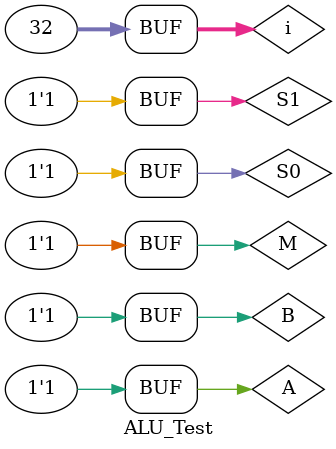
<source format=v>
`timescale 1ns / 1ps


module ALU_Test;

	// Inputs
	reg M;
	reg S1;
	reg S0;
	reg A;
	reg B;

	// Outputs
	wire F;
	
	integer i;

	// Instantiate the Unit Under Test (UUT)
	ALU uut (
		.M(M), 
		.S1(S1), 
		.S0(S0), 
		.A(A), 
		.B(B), 
		.F(F)
	);
	initial begin
		// Initialize Inputs
		for(i = 0; i < 32 ; i = i + 1)
		begin
			M = (i>>4) & 1;
			S1 = (i>>3) & 1;
			S0 = (i>>2) & 1;
			A = (i>>1) & 1;
			B = i & 1;
			#100;
		end    
		// Add stimulus here
	end
endmodule


</source>
